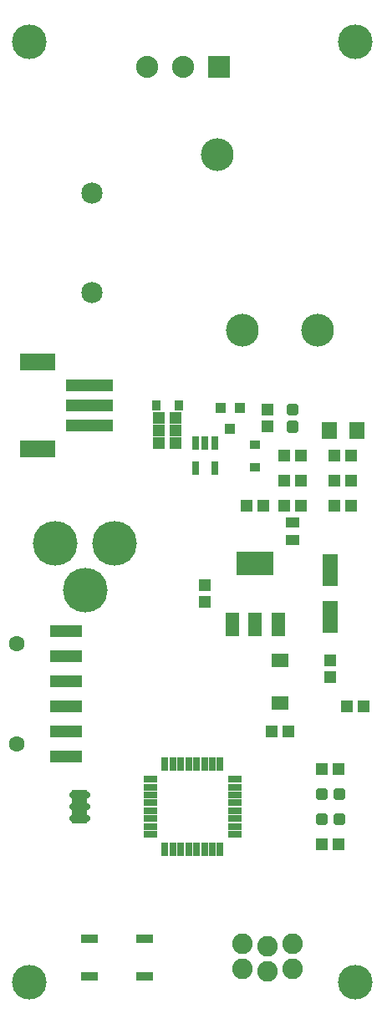
<source format=gts>
G04 EAGLE Gerber RS-274X export*
G75*
%MOMM*%
%FSLAX34Y34*%
%LPD*%
%INSoldermask Top*%
%IPPOS*%
%AMOC8*
5,1,8,0,0,1.08239X$1,22.5*%
G01*
%ADD10R,1.203200X1.303200*%
%ADD11R,1.303200X1.203200*%
%ADD12R,1.603200X3.203200*%
%ADD13R,1.603200X1.803200*%
%ADD14R,1.033200X0.833200*%
%ADD15R,0.833200X1.033200*%
%ADD16C,0.505344*%
%ADD17R,1.673200X1.473200*%
%ADD18C,3.505200*%
%ADD19C,4.521200*%
%ADD20R,4.803200X1.203200*%
%ADD21R,3.603200X1.803200*%
%ADD22R,2.235200X2.235200*%
%ADD23C,2.235200*%
%ADD24C,2.082800*%
%ADD25C,3.319200*%
%ADD26C,2.159000*%
%ADD27R,1.403200X1.003200*%
%ADD28R,1.003200X1.103200*%
%ADD29R,1.727200X0.965200*%
%ADD30R,0.753200X1.403200*%
%ADD31R,1.473200X0.762000*%
%ADD32R,0.762000X1.473200*%
%ADD33R,1.422400X2.438400*%
%ADD34R,3.803200X2.403200*%
%ADD35C,0.653200*%
%ADD36R,1.534156X3.495038*%
%ADD37R,3.203200X1.203200*%
%ADD38C,1.603200*%


D10*
X330200Y351400D03*
X330200Y334400D03*
D11*
X334400Y558800D03*
X351400Y558800D03*
X156600Y596900D03*
X173600Y596900D03*
X270900Y279400D03*
X287900Y279400D03*
X364100Y304800D03*
X347100Y304800D03*
D12*
X330200Y395100D03*
X330200Y443100D03*
D13*
X356900Y584200D03*
X328900Y584200D03*
D11*
X300600Y533400D03*
X283600Y533400D03*
D14*
X254000Y547300D03*
X254000Y570300D03*
D15*
X153600Y609600D03*
X176600Y609600D03*
D16*
X288610Y602180D02*
X295590Y602180D01*
X288610Y602180D02*
X288610Y609160D01*
X295590Y609160D01*
X295590Y602180D01*
X295590Y606980D02*
X288610Y606980D01*
X288610Y584640D02*
X295590Y584640D01*
X288610Y584640D02*
X288610Y591620D01*
X295590Y591620D01*
X295590Y584640D01*
X295590Y589440D02*
X288610Y589440D01*
D17*
X279400Y308700D03*
X279400Y351700D03*
D16*
X335480Y219390D02*
X335480Y212410D01*
X335480Y219390D02*
X342460Y219390D01*
X342460Y212410D01*
X335480Y212410D01*
X335480Y217210D02*
X342460Y217210D01*
X317940Y219390D02*
X317940Y212410D01*
X317940Y219390D02*
X324920Y219390D01*
X324920Y212410D01*
X317940Y212410D01*
X317940Y217210D02*
X324920Y217210D01*
X335480Y193990D02*
X335480Y187010D01*
X335480Y193990D02*
X342460Y193990D01*
X342460Y187010D01*
X335480Y187010D01*
X335480Y191810D02*
X342460Y191810D01*
X317940Y193990D02*
X317940Y187010D01*
X317940Y193990D02*
X324920Y193990D01*
X324920Y187010D01*
X317940Y187010D01*
X317940Y191810D02*
X324920Y191810D01*
D18*
X25400Y25400D03*
X25400Y977900D03*
X355600Y25400D03*
X355600Y977900D03*
D19*
X111600Y469900D03*
X51600Y469900D03*
X81600Y422900D03*
D20*
X85800Y589700D03*
X85800Y629700D03*
D21*
X33800Y565700D03*
X33800Y653700D03*
D20*
X85800Y609700D03*
D22*
X217678Y952500D03*
D23*
X180900Y952500D03*
X144122Y952500D03*
D24*
X241300Y39370D03*
X241300Y64770D03*
X266700Y36830D03*
X266700Y62230D03*
X292100Y39370D03*
X292100Y64770D03*
D25*
X317500Y685800D03*
X241300Y685800D03*
X215900Y863600D03*
D26*
X88900Y824800D03*
X88900Y723900D03*
D27*
X292100Y473600D03*
X292100Y491600D03*
D28*
X238100Y606900D03*
X219100Y606900D03*
X228600Y585900D03*
D11*
X351400Y508000D03*
X334400Y508000D03*
X321700Y241300D03*
X338700Y241300D03*
X321700Y165100D03*
X338700Y165100D03*
X173600Y584200D03*
X156600Y584200D03*
X283600Y558800D03*
X300600Y558800D03*
X156600Y571500D03*
X173600Y571500D03*
X283600Y508000D03*
X300600Y508000D03*
D10*
X266700Y605400D03*
X266700Y588400D03*
X203200Y410600D03*
X203200Y427600D03*
D11*
X245500Y508000D03*
X262500Y508000D03*
D29*
X86360Y69850D03*
X142240Y69850D03*
X86360Y31750D03*
X142240Y31750D03*
D30*
X212700Y571801D03*
X203200Y571801D03*
X193700Y571801D03*
X193700Y545799D03*
X212700Y545799D03*
D31*
X147574Y231200D03*
X147574Y223200D03*
X147574Y215200D03*
X147574Y207200D03*
X147574Y199200D03*
X147574Y191200D03*
X147574Y183200D03*
X147574Y175200D03*
D32*
X162500Y160274D03*
X170500Y160274D03*
X178500Y160274D03*
X186500Y160274D03*
X194500Y160274D03*
X202500Y160274D03*
X210500Y160274D03*
X218500Y160274D03*
D31*
X233426Y175200D03*
X233426Y183200D03*
X233426Y191200D03*
X233426Y199200D03*
X233426Y207200D03*
X233426Y215200D03*
X233426Y223200D03*
X233426Y231200D03*
D32*
X218500Y246126D03*
X210500Y246126D03*
X202500Y246126D03*
X194500Y246126D03*
X186500Y246126D03*
X178500Y246126D03*
X170500Y246126D03*
X162500Y246126D03*
D33*
X230886Y388112D03*
X254000Y388112D03*
X277114Y388112D03*
D34*
X254000Y450090D03*
D35*
X83475Y215200D02*
X68925Y215200D01*
X68925Y203200D02*
X83475Y203200D01*
X83475Y191200D02*
X68925Y191200D01*
D36*
X76175Y203225D03*
D37*
X62700Y304800D03*
X62700Y279400D03*
X62700Y254000D03*
X62700Y330200D03*
X62700Y355600D03*
X62700Y381000D03*
D38*
X12700Y368300D03*
X12700Y266700D03*
D11*
X334400Y533400D03*
X351400Y533400D03*
M02*

</source>
